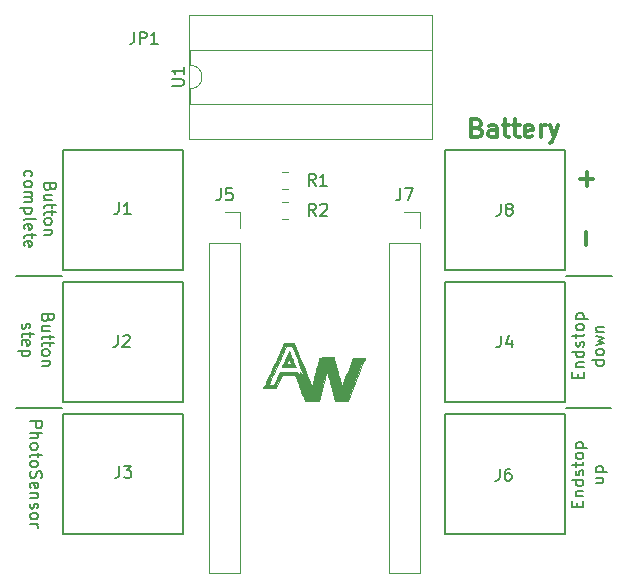
<source format=gbr>
%TF.GenerationSoftware,KiCad,Pcbnew,5.1.6-c6e7f7d~86~ubuntu18.04.1*%
%TF.CreationDate,2020-07-11T09:23:51+02:00*%
%TF.ProjectId,chickenDoor,63686963-6b65-46e4-946f-6f722e6b6963,rev?*%
%TF.SameCoordinates,Original*%
%TF.FileFunction,Legend,Top*%
%TF.FilePolarity,Positive*%
%FSLAX46Y46*%
G04 Gerber Fmt 4.6, Leading zero omitted, Abs format (unit mm)*
G04 Created by KiCad (PCBNEW 5.1.6-c6e7f7d~86~ubuntu18.04.1) date 2020-07-11 09:23:51*
%MOMM*%
%LPD*%
G01*
G04 APERTURE LIST*
%ADD10C,0.150000*%
%ADD11C,0.300000*%
%ADD12C,0.200000*%
%ADD13C,0.120000*%
%ADD14C,0.010000*%
G04 APERTURE END LIST*
D10*
X99310000Y-89260000D02*
X103190000Y-89260000D01*
X99310000Y-78110000D02*
X103190000Y-78110000D01*
X145850000Y-89280000D02*
X149730000Y-89280000D01*
X145910000Y-78140000D02*
X149790000Y-78140000D01*
D11*
X138382857Y-65562857D02*
X138597142Y-65634285D01*
X138668571Y-65705714D01*
X138740000Y-65848571D01*
X138740000Y-66062857D01*
X138668571Y-66205714D01*
X138597142Y-66277142D01*
X138454285Y-66348571D01*
X137882857Y-66348571D01*
X137882857Y-64848571D01*
X138382857Y-64848571D01*
X138525714Y-64920000D01*
X138597142Y-64991428D01*
X138668571Y-65134285D01*
X138668571Y-65277142D01*
X138597142Y-65420000D01*
X138525714Y-65491428D01*
X138382857Y-65562857D01*
X137882857Y-65562857D01*
X140025714Y-66348571D02*
X140025714Y-65562857D01*
X139954285Y-65420000D01*
X139811428Y-65348571D01*
X139525714Y-65348571D01*
X139382857Y-65420000D01*
X140025714Y-66277142D02*
X139882857Y-66348571D01*
X139525714Y-66348571D01*
X139382857Y-66277142D01*
X139311428Y-66134285D01*
X139311428Y-65991428D01*
X139382857Y-65848571D01*
X139525714Y-65777142D01*
X139882857Y-65777142D01*
X140025714Y-65705714D01*
X140525714Y-65348571D02*
X141097142Y-65348571D01*
X140740000Y-64848571D02*
X140740000Y-66134285D01*
X140811428Y-66277142D01*
X140954285Y-66348571D01*
X141097142Y-66348571D01*
X141382857Y-65348571D02*
X141954285Y-65348571D01*
X141597142Y-64848571D02*
X141597142Y-66134285D01*
X141668571Y-66277142D01*
X141811428Y-66348571D01*
X141954285Y-66348571D01*
X143025714Y-66277142D02*
X142882857Y-66348571D01*
X142597142Y-66348571D01*
X142454285Y-66277142D01*
X142382857Y-66134285D01*
X142382857Y-65562857D01*
X142454285Y-65420000D01*
X142597142Y-65348571D01*
X142882857Y-65348571D01*
X143025714Y-65420000D01*
X143097142Y-65562857D01*
X143097142Y-65705714D01*
X142382857Y-65848571D01*
X143740000Y-66348571D02*
X143740000Y-65348571D01*
X143740000Y-65634285D02*
X143811428Y-65491428D01*
X143882857Y-65420000D01*
X144025714Y-65348571D01*
X144168571Y-65348571D01*
X144525714Y-65348571D02*
X144882857Y-66348571D01*
X145240000Y-65348571D02*
X144882857Y-66348571D01*
X144740000Y-66705714D01*
X144668571Y-66777142D01*
X144525714Y-66848571D01*
D12*
X102231428Y-70552857D02*
X102183809Y-70695714D01*
X102136190Y-70743333D01*
X102040952Y-70790952D01*
X101898095Y-70790952D01*
X101802857Y-70743333D01*
X101755238Y-70695714D01*
X101707619Y-70600476D01*
X101707619Y-70219523D01*
X102707619Y-70219523D01*
X102707619Y-70552857D01*
X102660000Y-70648095D01*
X102612380Y-70695714D01*
X102517142Y-70743333D01*
X102421904Y-70743333D01*
X102326666Y-70695714D01*
X102279047Y-70648095D01*
X102231428Y-70552857D01*
X102231428Y-70219523D01*
X102374285Y-71648095D02*
X101707619Y-71648095D01*
X102374285Y-71219523D02*
X101850476Y-71219523D01*
X101755238Y-71267142D01*
X101707619Y-71362380D01*
X101707619Y-71505238D01*
X101755238Y-71600476D01*
X101802857Y-71648095D01*
X102374285Y-71981428D02*
X102374285Y-72362380D01*
X102707619Y-72124285D02*
X101850476Y-72124285D01*
X101755238Y-72171904D01*
X101707619Y-72267142D01*
X101707619Y-72362380D01*
X102374285Y-72552857D02*
X102374285Y-72933809D01*
X102707619Y-72695714D02*
X101850476Y-72695714D01*
X101755238Y-72743333D01*
X101707619Y-72838571D01*
X101707619Y-72933809D01*
X101707619Y-73410000D02*
X101755238Y-73314761D01*
X101802857Y-73267142D01*
X101898095Y-73219523D01*
X102183809Y-73219523D01*
X102279047Y-73267142D01*
X102326666Y-73314761D01*
X102374285Y-73410000D01*
X102374285Y-73552857D01*
X102326666Y-73648095D01*
X102279047Y-73695714D01*
X102183809Y-73743333D01*
X101898095Y-73743333D01*
X101802857Y-73695714D01*
X101755238Y-73648095D01*
X101707619Y-73552857D01*
X101707619Y-73410000D01*
X102374285Y-74171904D02*
X101707619Y-74171904D01*
X102279047Y-74171904D02*
X102326666Y-74219523D01*
X102374285Y-74314761D01*
X102374285Y-74457619D01*
X102326666Y-74552857D01*
X102231428Y-74600476D01*
X101707619Y-74600476D01*
X100055238Y-69671904D02*
X100007619Y-69576666D01*
X100007619Y-69386190D01*
X100055238Y-69290952D01*
X100102857Y-69243333D01*
X100198095Y-69195714D01*
X100483809Y-69195714D01*
X100579047Y-69243333D01*
X100626666Y-69290952D01*
X100674285Y-69386190D01*
X100674285Y-69576666D01*
X100626666Y-69671904D01*
X100007619Y-70243333D02*
X100055238Y-70148095D01*
X100102857Y-70100476D01*
X100198095Y-70052857D01*
X100483809Y-70052857D01*
X100579047Y-70100476D01*
X100626666Y-70148095D01*
X100674285Y-70243333D01*
X100674285Y-70386190D01*
X100626666Y-70481428D01*
X100579047Y-70529047D01*
X100483809Y-70576666D01*
X100198095Y-70576666D01*
X100102857Y-70529047D01*
X100055238Y-70481428D01*
X100007619Y-70386190D01*
X100007619Y-70243333D01*
X100007619Y-71005238D02*
X100674285Y-71005238D01*
X100579047Y-71005238D02*
X100626666Y-71052857D01*
X100674285Y-71148095D01*
X100674285Y-71290952D01*
X100626666Y-71386190D01*
X100531428Y-71433809D01*
X100007619Y-71433809D01*
X100531428Y-71433809D02*
X100626666Y-71481428D01*
X100674285Y-71576666D01*
X100674285Y-71719523D01*
X100626666Y-71814761D01*
X100531428Y-71862380D01*
X100007619Y-71862380D01*
X100674285Y-72338571D02*
X99674285Y-72338571D01*
X100626666Y-72338571D02*
X100674285Y-72433809D01*
X100674285Y-72624285D01*
X100626666Y-72719523D01*
X100579047Y-72767142D01*
X100483809Y-72814761D01*
X100198095Y-72814761D01*
X100102857Y-72767142D01*
X100055238Y-72719523D01*
X100007619Y-72624285D01*
X100007619Y-72433809D01*
X100055238Y-72338571D01*
X100007619Y-73386190D02*
X100055238Y-73290952D01*
X100150476Y-73243333D01*
X101007619Y-73243333D01*
X100055238Y-74148095D02*
X100007619Y-74052857D01*
X100007619Y-73862380D01*
X100055238Y-73767142D01*
X100150476Y-73719523D01*
X100531428Y-73719523D01*
X100626666Y-73767142D01*
X100674285Y-73862380D01*
X100674285Y-74052857D01*
X100626666Y-74148095D01*
X100531428Y-74195714D01*
X100436190Y-74195714D01*
X100340952Y-73719523D01*
X100674285Y-74481428D02*
X100674285Y-74862380D01*
X101007619Y-74624285D02*
X100150476Y-74624285D01*
X100055238Y-74671904D01*
X100007619Y-74767142D01*
X100007619Y-74862380D01*
X100055238Y-75576666D02*
X100007619Y-75481428D01*
X100007619Y-75290952D01*
X100055238Y-75195714D01*
X100150476Y-75148095D01*
X100531428Y-75148095D01*
X100626666Y-75195714D01*
X100674285Y-75290952D01*
X100674285Y-75481428D01*
X100626666Y-75576666D01*
X100531428Y-75624285D01*
X100436190Y-75624285D01*
X100340952Y-75148095D01*
X102031428Y-81652857D02*
X101983809Y-81795714D01*
X101936190Y-81843333D01*
X101840952Y-81890952D01*
X101698095Y-81890952D01*
X101602857Y-81843333D01*
X101555238Y-81795714D01*
X101507619Y-81700476D01*
X101507619Y-81319523D01*
X102507619Y-81319523D01*
X102507619Y-81652857D01*
X102460000Y-81748095D01*
X102412380Y-81795714D01*
X102317142Y-81843333D01*
X102221904Y-81843333D01*
X102126666Y-81795714D01*
X102079047Y-81748095D01*
X102031428Y-81652857D01*
X102031428Y-81319523D01*
X102174285Y-82748095D02*
X101507619Y-82748095D01*
X102174285Y-82319523D02*
X101650476Y-82319523D01*
X101555238Y-82367142D01*
X101507619Y-82462380D01*
X101507619Y-82605238D01*
X101555238Y-82700476D01*
X101602857Y-82748095D01*
X102174285Y-83081428D02*
X102174285Y-83462380D01*
X102507619Y-83224285D02*
X101650476Y-83224285D01*
X101555238Y-83271904D01*
X101507619Y-83367142D01*
X101507619Y-83462380D01*
X102174285Y-83652857D02*
X102174285Y-84033809D01*
X102507619Y-83795714D02*
X101650476Y-83795714D01*
X101555238Y-83843333D01*
X101507619Y-83938571D01*
X101507619Y-84033809D01*
X101507619Y-84510000D02*
X101555238Y-84414761D01*
X101602857Y-84367142D01*
X101698095Y-84319523D01*
X101983809Y-84319523D01*
X102079047Y-84367142D01*
X102126666Y-84414761D01*
X102174285Y-84510000D01*
X102174285Y-84652857D01*
X102126666Y-84748095D01*
X102079047Y-84795714D01*
X101983809Y-84843333D01*
X101698095Y-84843333D01*
X101602857Y-84795714D01*
X101555238Y-84748095D01*
X101507619Y-84652857D01*
X101507619Y-84510000D01*
X102174285Y-85271904D02*
X101507619Y-85271904D01*
X102079047Y-85271904D02*
X102126666Y-85319523D01*
X102174285Y-85414761D01*
X102174285Y-85557619D01*
X102126666Y-85652857D01*
X102031428Y-85700476D01*
X101507619Y-85700476D01*
X99855238Y-82129047D02*
X99807619Y-82224285D01*
X99807619Y-82414761D01*
X99855238Y-82510000D01*
X99950476Y-82557619D01*
X99998095Y-82557619D01*
X100093333Y-82510000D01*
X100140952Y-82414761D01*
X100140952Y-82271904D01*
X100188571Y-82176666D01*
X100283809Y-82129047D01*
X100331428Y-82129047D01*
X100426666Y-82176666D01*
X100474285Y-82271904D01*
X100474285Y-82414761D01*
X100426666Y-82510000D01*
X100474285Y-82843333D02*
X100474285Y-83224285D01*
X100807619Y-82986190D02*
X99950476Y-82986190D01*
X99855238Y-83033809D01*
X99807619Y-83129047D01*
X99807619Y-83224285D01*
X99855238Y-83938571D02*
X99807619Y-83843333D01*
X99807619Y-83652857D01*
X99855238Y-83557619D01*
X99950476Y-83510000D01*
X100331428Y-83510000D01*
X100426666Y-83557619D01*
X100474285Y-83652857D01*
X100474285Y-83843333D01*
X100426666Y-83938571D01*
X100331428Y-83986190D01*
X100236190Y-83986190D01*
X100140952Y-83510000D01*
X100474285Y-84414761D02*
X99474285Y-84414761D01*
X100426666Y-84414761D02*
X100474285Y-84510000D01*
X100474285Y-84700476D01*
X100426666Y-84795714D01*
X100379047Y-84843333D01*
X100283809Y-84890952D01*
X99998095Y-84890952D01*
X99902857Y-84843333D01*
X99855238Y-84795714D01*
X99807619Y-84700476D01*
X99807619Y-84510000D01*
X99855238Y-84414761D01*
X100507619Y-90411428D02*
X101507619Y-90411428D01*
X101507619Y-90792380D01*
X101460000Y-90887619D01*
X101412380Y-90935238D01*
X101317142Y-90982857D01*
X101174285Y-90982857D01*
X101079047Y-90935238D01*
X101031428Y-90887619D01*
X100983809Y-90792380D01*
X100983809Y-90411428D01*
X100507619Y-91411428D02*
X101507619Y-91411428D01*
X100507619Y-91840000D02*
X101031428Y-91840000D01*
X101126666Y-91792380D01*
X101174285Y-91697142D01*
X101174285Y-91554285D01*
X101126666Y-91459047D01*
X101079047Y-91411428D01*
X100507619Y-92459047D02*
X100555238Y-92363809D01*
X100602857Y-92316190D01*
X100698095Y-92268571D01*
X100983809Y-92268571D01*
X101079047Y-92316190D01*
X101126666Y-92363809D01*
X101174285Y-92459047D01*
X101174285Y-92601904D01*
X101126666Y-92697142D01*
X101079047Y-92744761D01*
X100983809Y-92792380D01*
X100698095Y-92792380D01*
X100602857Y-92744761D01*
X100555238Y-92697142D01*
X100507619Y-92601904D01*
X100507619Y-92459047D01*
X101174285Y-93078095D02*
X101174285Y-93459047D01*
X101507619Y-93220952D02*
X100650476Y-93220952D01*
X100555238Y-93268571D01*
X100507619Y-93363809D01*
X100507619Y-93459047D01*
X100507619Y-93935238D02*
X100555238Y-93840000D01*
X100602857Y-93792380D01*
X100698095Y-93744761D01*
X100983809Y-93744761D01*
X101079047Y-93792380D01*
X101126666Y-93840000D01*
X101174285Y-93935238D01*
X101174285Y-94078095D01*
X101126666Y-94173333D01*
X101079047Y-94220952D01*
X100983809Y-94268571D01*
X100698095Y-94268571D01*
X100602857Y-94220952D01*
X100555238Y-94173333D01*
X100507619Y-94078095D01*
X100507619Y-93935238D01*
X100555238Y-94649523D02*
X100507619Y-94792380D01*
X100507619Y-95030476D01*
X100555238Y-95125714D01*
X100602857Y-95173333D01*
X100698095Y-95220952D01*
X100793333Y-95220952D01*
X100888571Y-95173333D01*
X100936190Y-95125714D01*
X100983809Y-95030476D01*
X101031428Y-94840000D01*
X101079047Y-94744761D01*
X101126666Y-94697142D01*
X101221904Y-94649523D01*
X101317142Y-94649523D01*
X101412380Y-94697142D01*
X101460000Y-94744761D01*
X101507619Y-94840000D01*
X101507619Y-95078095D01*
X101460000Y-95220952D01*
X100555238Y-96030476D02*
X100507619Y-95935238D01*
X100507619Y-95744761D01*
X100555238Y-95649523D01*
X100650476Y-95601904D01*
X101031428Y-95601904D01*
X101126666Y-95649523D01*
X101174285Y-95744761D01*
X101174285Y-95935238D01*
X101126666Y-96030476D01*
X101031428Y-96078095D01*
X100936190Y-96078095D01*
X100840952Y-95601904D01*
X101174285Y-96506666D02*
X100507619Y-96506666D01*
X101079047Y-96506666D02*
X101126666Y-96554285D01*
X101174285Y-96649523D01*
X101174285Y-96792380D01*
X101126666Y-96887619D01*
X101031428Y-96935238D01*
X100507619Y-96935238D01*
X100555238Y-97363809D02*
X100507619Y-97459047D01*
X100507619Y-97649523D01*
X100555238Y-97744761D01*
X100650476Y-97792380D01*
X100698095Y-97792380D01*
X100793333Y-97744761D01*
X100840952Y-97649523D01*
X100840952Y-97506666D01*
X100888571Y-97411428D01*
X100983809Y-97363809D01*
X101031428Y-97363809D01*
X101126666Y-97411428D01*
X101174285Y-97506666D01*
X101174285Y-97649523D01*
X101126666Y-97744761D01*
X100507619Y-98363809D02*
X100555238Y-98268571D01*
X100602857Y-98220952D01*
X100698095Y-98173333D01*
X100983809Y-98173333D01*
X101079047Y-98220952D01*
X101126666Y-98268571D01*
X101174285Y-98363809D01*
X101174285Y-98506666D01*
X101126666Y-98601904D01*
X101079047Y-98649523D01*
X100983809Y-98697142D01*
X100698095Y-98697142D01*
X100602857Y-98649523D01*
X100555238Y-98601904D01*
X100507619Y-98506666D01*
X100507619Y-98363809D01*
X100507619Y-99125714D02*
X101174285Y-99125714D01*
X100983809Y-99125714D02*
X101079047Y-99173333D01*
X101126666Y-99220952D01*
X101174285Y-99316190D01*
X101174285Y-99411428D01*
X146838571Y-97644285D02*
X146838571Y-97310952D01*
X147362380Y-97168095D02*
X147362380Y-97644285D01*
X146362380Y-97644285D01*
X146362380Y-97168095D01*
X146695714Y-96739523D02*
X147362380Y-96739523D01*
X146790952Y-96739523D02*
X146743333Y-96691904D01*
X146695714Y-96596666D01*
X146695714Y-96453809D01*
X146743333Y-96358571D01*
X146838571Y-96310952D01*
X147362380Y-96310952D01*
X147362380Y-95406190D02*
X146362380Y-95406190D01*
X147314761Y-95406190D02*
X147362380Y-95501428D01*
X147362380Y-95691904D01*
X147314761Y-95787142D01*
X147267142Y-95834761D01*
X147171904Y-95882380D01*
X146886190Y-95882380D01*
X146790952Y-95834761D01*
X146743333Y-95787142D01*
X146695714Y-95691904D01*
X146695714Y-95501428D01*
X146743333Y-95406190D01*
X147314761Y-94977619D02*
X147362380Y-94882380D01*
X147362380Y-94691904D01*
X147314761Y-94596666D01*
X147219523Y-94549047D01*
X147171904Y-94549047D01*
X147076666Y-94596666D01*
X147029047Y-94691904D01*
X147029047Y-94834761D01*
X146981428Y-94930000D01*
X146886190Y-94977619D01*
X146838571Y-94977619D01*
X146743333Y-94930000D01*
X146695714Y-94834761D01*
X146695714Y-94691904D01*
X146743333Y-94596666D01*
X146695714Y-94263333D02*
X146695714Y-93882380D01*
X146362380Y-94120476D02*
X147219523Y-94120476D01*
X147314761Y-94072857D01*
X147362380Y-93977619D01*
X147362380Y-93882380D01*
X147362380Y-93406190D02*
X147314761Y-93501428D01*
X147267142Y-93549047D01*
X147171904Y-93596666D01*
X146886190Y-93596666D01*
X146790952Y-93549047D01*
X146743333Y-93501428D01*
X146695714Y-93406190D01*
X146695714Y-93263333D01*
X146743333Y-93168095D01*
X146790952Y-93120476D01*
X146886190Y-93072857D01*
X147171904Y-93072857D01*
X147267142Y-93120476D01*
X147314761Y-93168095D01*
X147362380Y-93263333D01*
X147362380Y-93406190D01*
X146695714Y-92644285D02*
X147695714Y-92644285D01*
X146743333Y-92644285D02*
X146695714Y-92549047D01*
X146695714Y-92358571D01*
X146743333Y-92263333D01*
X146790952Y-92215714D01*
X146886190Y-92168095D01*
X147171904Y-92168095D01*
X147267142Y-92215714D01*
X147314761Y-92263333D01*
X147362380Y-92358571D01*
X147362380Y-92549047D01*
X147314761Y-92644285D01*
X148395714Y-95168095D02*
X149062380Y-95168095D01*
X148395714Y-95596666D02*
X148919523Y-95596666D01*
X149014761Y-95549047D01*
X149062380Y-95453809D01*
X149062380Y-95310952D01*
X149014761Y-95215714D01*
X148967142Y-95168095D01*
X148395714Y-94691904D02*
X149395714Y-94691904D01*
X148443333Y-94691904D02*
X148395714Y-94596666D01*
X148395714Y-94406190D01*
X148443333Y-94310952D01*
X148490952Y-94263333D01*
X148586190Y-94215714D01*
X148871904Y-94215714D01*
X148967142Y-94263333D01*
X149014761Y-94310952D01*
X149062380Y-94406190D01*
X149062380Y-94596666D01*
X149014761Y-94691904D01*
X146888571Y-86744285D02*
X146888571Y-86410952D01*
X147412380Y-86268095D02*
X147412380Y-86744285D01*
X146412380Y-86744285D01*
X146412380Y-86268095D01*
X146745714Y-85839523D02*
X147412380Y-85839523D01*
X146840952Y-85839523D02*
X146793333Y-85791904D01*
X146745714Y-85696666D01*
X146745714Y-85553809D01*
X146793333Y-85458571D01*
X146888571Y-85410952D01*
X147412380Y-85410952D01*
X147412380Y-84506190D02*
X146412380Y-84506190D01*
X147364761Y-84506190D02*
X147412380Y-84601428D01*
X147412380Y-84791904D01*
X147364761Y-84887142D01*
X147317142Y-84934761D01*
X147221904Y-84982380D01*
X146936190Y-84982380D01*
X146840952Y-84934761D01*
X146793333Y-84887142D01*
X146745714Y-84791904D01*
X146745714Y-84601428D01*
X146793333Y-84506190D01*
X147364761Y-84077619D02*
X147412380Y-83982380D01*
X147412380Y-83791904D01*
X147364761Y-83696666D01*
X147269523Y-83649047D01*
X147221904Y-83649047D01*
X147126666Y-83696666D01*
X147079047Y-83791904D01*
X147079047Y-83934761D01*
X147031428Y-84030000D01*
X146936190Y-84077619D01*
X146888571Y-84077619D01*
X146793333Y-84030000D01*
X146745714Y-83934761D01*
X146745714Y-83791904D01*
X146793333Y-83696666D01*
X146745714Y-83363333D02*
X146745714Y-82982380D01*
X146412380Y-83220476D02*
X147269523Y-83220476D01*
X147364761Y-83172857D01*
X147412380Y-83077619D01*
X147412380Y-82982380D01*
X147412380Y-82506190D02*
X147364761Y-82601428D01*
X147317142Y-82649047D01*
X147221904Y-82696666D01*
X146936190Y-82696666D01*
X146840952Y-82649047D01*
X146793333Y-82601428D01*
X146745714Y-82506190D01*
X146745714Y-82363333D01*
X146793333Y-82268095D01*
X146840952Y-82220476D01*
X146936190Y-82172857D01*
X147221904Y-82172857D01*
X147317142Y-82220476D01*
X147364761Y-82268095D01*
X147412380Y-82363333D01*
X147412380Y-82506190D01*
X146745714Y-81744285D02*
X147745714Y-81744285D01*
X146793333Y-81744285D02*
X146745714Y-81649047D01*
X146745714Y-81458571D01*
X146793333Y-81363333D01*
X146840952Y-81315714D01*
X146936190Y-81268095D01*
X147221904Y-81268095D01*
X147317142Y-81315714D01*
X147364761Y-81363333D01*
X147412380Y-81458571D01*
X147412380Y-81649047D01*
X147364761Y-81744285D01*
X149112380Y-85244285D02*
X148112380Y-85244285D01*
X149064761Y-85244285D02*
X149112380Y-85339523D01*
X149112380Y-85530000D01*
X149064761Y-85625238D01*
X149017142Y-85672857D01*
X148921904Y-85720476D01*
X148636190Y-85720476D01*
X148540952Y-85672857D01*
X148493333Y-85625238D01*
X148445714Y-85530000D01*
X148445714Y-85339523D01*
X148493333Y-85244285D01*
X149112380Y-84625238D02*
X149064761Y-84720476D01*
X149017142Y-84768095D01*
X148921904Y-84815714D01*
X148636190Y-84815714D01*
X148540952Y-84768095D01*
X148493333Y-84720476D01*
X148445714Y-84625238D01*
X148445714Y-84482380D01*
X148493333Y-84387142D01*
X148540952Y-84339523D01*
X148636190Y-84291904D01*
X148921904Y-84291904D01*
X149017142Y-84339523D01*
X149064761Y-84387142D01*
X149112380Y-84482380D01*
X149112380Y-84625238D01*
X148445714Y-83958571D02*
X149112380Y-83768095D01*
X148636190Y-83577619D01*
X149112380Y-83387142D01*
X148445714Y-83196666D01*
X148445714Y-82815714D02*
X149112380Y-82815714D01*
X148540952Y-82815714D02*
X148493333Y-82768095D01*
X148445714Y-82672857D01*
X148445714Y-82530000D01*
X148493333Y-82434761D01*
X148588571Y-82387142D01*
X149112380Y-82387142D01*
D11*
X147607142Y-75481428D02*
X147607142Y-74338571D01*
X147068571Y-69887142D02*
X148211428Y-69887142D01*
X147640000Y-70458571D02*
X147640000Y-69315714D01*
D10*
%TO.C,J1*%
X112210000Y-67420000D02*
X113480000Y-67420000D01*
X112210000Y-77580000D02*
X113480000Y-77580000D01*
X103320000Y-67420000D02*
X104590000Y-67420000D01*
X103320000Y-67420000D02*
X103320000Y-77580000D01*
X112210000Y-77580000D02*
X103320000Y-77580000D01*
X104590000Y-67420000D02*
X112210000Y-67420000D01*
X113480000Y-67420000D02*
X113480000Y-77580000D01*
%TO.C,J2*%
X113480000Y-78620000D02*
X113480000Y-88780000D01*
X104590000Y-78620000D02*
X112210000Y-78620000D01*
X112210000Y-88780000D02*
X103320000Y-88780000D01*
X103320000Y-78620000D02*
X103320000Y-88780000D01*
X103320000Y-78620000D02*
X104590000Y-78620000D01*
X112210000Y-88780000D02*
X113480000Y-88780000D01*
X112210000Y-78620000D02*
X113480000Y-78620000D01*
%TO.C,J3*%
X112210000Y-89820000D02*
X113480000Y-89820000D01*
X112210000Y-99980000D02*
X113480000Y-99980000D01*
X103320000Y-89820000D02*
X104590000Y-89820000D01*
X103320000Y-89820000D02*
X103320000Y-99980000D01*
X112210000Y-99980000D02*
X103320000Y-99980000D01*
X104590000Y-89820000D02*
X112210000Y-89820000D01*
X113480000Y-89820000D02*
X113480000Y-99980000D01*
%TO.C,J4*%
X135620000Y-88780000D02*
X135620000Y-78620000D01*
X144510000Y-88780000D02*
X136890000Y-88780000D01*
X136890000Y-78620000D02*
X145780000Y-78620000D01*
X145780000Y-88780000D02*
X145780000Y-78620000D01*
X145780000Y-88780000D02*
X144510000Y-88780000D01*
X136890000Y-78620000D02*
X135620000Y-78620000D01*
X136890000Y-88780000D02*
X135620000Y-88780000D01*
%TO.C,J6*%
X136890000Y-99980000D02*
X135620000Y-99980000D01*
X136890000Y-89820000D02*
X135620000Y-89820000D01*
X145780000Y-99980000D02*
X144510000Y-99980000D01*
X145780000Y-99980000D02*
X145780000Y-89820000D01*
X136890000Y-89820000D02*
X145780000Y-89820000D01*
X144510000Y-99980000D02*
X136890000Y-99980000D01*
X135620000Y-99980000D02*
X135620000Y-89820000D01*
%TO.C,J8*%
X135620000Y-77580000D02*
X135620000Y-67420000D01*
X144510000Y-77580000D02*
X136890000Y-77580000D01*
X136890000Y-67420000D02*
X145780000Y-67420000D01*
X145780000Y-77580000D02*
X145780000Y-67420000D01*
X145780000Y-77580000D02*
X144510000Y-77580000D01*
X136890000Y-67420000D02*
X135620000Y-67420000D01*
X136890000Y-77580000D02*
X135620000Y-77580000D01*
D13*
%TO.C,R1*%
X121833922Y-69290000D02*
X122351078Y-69290000D01*
X121833922Y-70710000D02*
X122351078Y-70710000D01*
%TO.C,R2*%
X121848922Y-71820000D02*
X122366078Y-71820000D01*
X121848922Y-73240000D02*
X122366078Y-73240000D01*
%TO.C,U1*%
X114070000Y-62250000D02*
X114070000Y-63500000D01*
X114070000Y-63500000D02*
X134510000Y-63500000D01*
X134510000Y-63500000D02*
X134510000Y-59000000D01*
X134510000Y-59000000D02*
X114070000Y-59000000D01*
X114070000Y-59000000D02*
X114070000Y-60250000D01*
X114010000Y-66500000D02*
X134570000Y-66500000D01*
X134570000Y-66500000D02*
X134570000Y-56000000D01*
X134570000Y-56000000D02*
X114010000Y-56000000D01*
X114010000Y-56000000D02*
X114010000Y-66500000D01*
X114070000Y-60250000D02*
G75*
G02*
X114070000Y-62250000I0J-1000000D01*
G01*
D14*
%TO.C,L1*%
G36*
X123471381Y-85289100D02*
G01*
X123623386Y-85658924D01*
X123757264Y-85984515D01*
X123874174Y-86268633D01*
X123975278Y-86514041D01*
X124061737Y-86723499D01*
X124134711Y-86899770D01*
X124195363Y-87045616D01*
X124244851Y-87163797D01*
X124284338Y-87257075D01*
X124314984Y-87328213D01*
X124337950Y-87379971D01*
X124354396Y-87415112D01*
X124365485Y-87436396D01*
X124372376Y-87446587D01*
X124376230Y-87448444D01*
X124377928Y-87445722D01*
X124385646Y-87417214D01*
X124404936Y-87344457D01*
X124434510Y-87232350D01*
X124473082Y-87085788D01*
X124519363Y-86909669D01*
X124572065Y-86708890D01*
X124629902Y-86488348D01*
X124691228Y-86254300D01*
X124753146Y-86018049D01*
X124811433Y-85795943D01*
X124864768Y-85592998D01*
X124911829Y-85414231D01*
X124951294Y-85264657D01*
X124981842Y-85149293D01*
X125002149Y-85073155D01*
X125010837Y-85041450D01*
X125018769Y-85027274D01*
X125036872Y-85016459D01*
X125071277Y-85008556D01*
X125128118Y-85003117D01*
X125213526Y-84999692D01*
X125333635Y-84997834D01*
X125494576Y-84997094D01*
X125618632Y-84997000D01*
X126212841Y-84997000D01*
X126241641Y-85104950D01*
X126263784Y-85186533D01*
X126296209Y-85304059D01*
X126337245Y-85451612D01*
X126385221Y-85623277D01*
X126438465Y-85813139D01*
X126495305Y-86015282D01*
X126554071Y-86223791D01*
X126613091Y-86432750D01*
X126670694Y-86636245D01*
X126725207Y-86828359D01*
X126774961Y-87003178D01*
X126818283Y-87154787D01*
X126853502Y-87277269D01*
X126878946Y-87364710D01*
X126892945Y-87411195D01*
X126894819Y-87416665D01*
X126906906Y-87408721D01*
X126933630Y-87360347D01*
X126975440Y-87270483D01*
X127032789Y-87138068D01*
X127106128Y-86962041D01*
X127195909Y-86741341D01*
X127302583Y-86474909D01*
X127397449Y-86235565D01*
X127881598Y-85009700D01*
X128383583Y-85002806D01*
X128555009Y-85000704D01*
X128681991Y-85000109D01*
X128770874Y-85001520D01*
X128828005Y-85005440D01*
X128859728Y-85012368D01*
X128872391Y-85022805D01*
X128872339Y-85037253D01*
X128871169Y-85041280D01*
X128859374Y-85071561D01*
X128829726Y-85145060D01*
X128783755Y-85258043D01*
X128722993Y-85406773D01*
X128648972Y-85587513D01*
X128563224Y-85796528D01*
X128467280Y-86030081D01*
X128362671Y-86284435D01*
X128250931Y-86555856D01*
X128133589Y-86840606D01*
X128123831Y-86864274D01*
X127390893Y-88641900D01*
X126871155Y-88648750D01*
X126351417Y-88655601D01*
X126012299Y-87429550D01*
X125945101Y-87187102D01*
X125881351Y-86958057D01*
X125822448Y-86747374D01*
X125769791Y-86560013D01*
X125724779Y-86400932D01*
X125688811Y-86275091D01*
X125663286Y-86187448D01*
X125649601Y-86142962D01*
X125648534Y-86140000D01*
X125641163Y-86132860D01*
X125630459Y-86144693D01*
X125615475Y-86178831D01*
X125595263Y-86238607D01*
X125568875Y-86327355D01*
X125535364Y-86448408D01*
X125493781Y-86605101D01*
X125443179Y-86800765D01*
X125382610Y-87038736D01*
X125311126Y-87322345D01*
X125301871Y-87359200D01*
X124979854Y-88641900D01*
X124382663Y-88648698D01*
X123785472Y-88655497D01*
X123701614Y-88432798D01*
X123667963Y-88344299D01*
X123619694Y-88218541D01*
X123560689Y-88065575D01*
X123494828Y-87895454D01*
X123425994Y-87718232D01*
X123390038Y-87625900D01*
X123319512Y-87444897D01*
X123248295Y-87261988D01*
X123180675Y-87088198D01*
X123120941Y-86934553D01*
X123073384Y-86812079D01*
X123056609Y-86768811D01*
X122950900Y-86495922D01*
X122785800Y-86495676D01*
X122700434Y-86494497D01*
X122578433Y-86491425D01*
X122433910Y-86486878D01*
X122280977Y-86481277D01*
X122225156Y-86479024D01*
X121829612Y-86462618D01*
X121585592Y-87031559D01*
X121341573Y-87600500D01*
X120807777Y-87607351D01*
X120273982Y-87614202D01*
X120391128Y-87361066D01*
X120675330Y-87361066D01*
X120923313Y-87353783D01*
X121171297Y-87346500D01*
X121654725Y-86216200D01*
X122264712Y-86216420D01*
X122443989Y-86217129D01*
X122613659Y-86218996D01*
X122764684Y-86221829D01*
X122888029Y-86225435D01*
X122974658Y-86229623D01*
X123003709Y-86232144D01*
X123132718Y-86247647D01*
X123193330Y-86409723D01*
X123225915Y-86490846D01*
X123253554Y-86548980D01*
X123270367Y-86571788D01*
X123270566Y-86571800D01*
X123283759Y-86549033D01*
X123301434Y-86489786D01*
X123317173Y-86419400D01*
X123336157Y-86339473D01*
X123355495Y-86284292D01*
X123368949Y-86266999D01*
X123398063Y-86282000D01*
X123454332Y-86321503D01*
X123526076Y-86377261D01*
X123532771Y-86382695D01*
X123601209Y-86436000D01*
X123651237Y-86470298D01*
X123673354Y-86479167D01*
X123673680Y-86477945D01*
X123664079Y-86451169D01*
X123636925Y-86381887D01*
X123594024Y-86274563D01*
X123537184Y-86133657D01*
X123468210Y-85963630D01*
X123388910Y-85768943D01*
X123301092Y-85554059D01*
X123206561Y-85323439D01*
X123171596Y-85238300D01*
X122670632Y-84019100D01*
X122214300Y-84005676D01*
X121479486Y-85612588D01*
X121355917Y-85882740D01*
X121237886Y-86140650D01*
X121127194Y-86382386D01*
X121025643Y-86604020D01*
X120935037Y-86801623D01*
X120857176Y-86971265D01*
X120793864Y-87109016D01*
X120746903Y-87210947D01*
X120718095Y-87273129D01*
X120710001Y-87290283D01*
X120675330Y-87361066D01*
X120391128Y-87361066D01*
X120424085Y-87289851D01*
X120460512Y-87210948D01*
X120515925Y-87090658D01*
X120588125Y-86933766D01*
X120674913Y-86745056D01*
X120774091Y-86529311D01*
X120883458Y-86291317D01*
X121000816Y-86035858D01*
X121123965Y-85767718D01*
X121250706Y-85491682D01*
X121308723Y-85365300D01*
X122043256Y-83765100D01*
X122845058Y-83765100D01*
X123471381Y-85289100D01*
G37*
X123471381Y-85289100D02*
X123623386Y-85658924D01*
X123757264Y-85984515D01*
X123874174Y-86268633D01*
X123975278Y-86514041D01*
X124061737Y-86723499D01*
X124134711Y-86899770D01*
X124195363Y-87045616D01*
X124244851Y-87163797D01*
X124284338Y-87257075D01*
X124314984Y-87328213D01*
X124337950Y-87379971D01*
X124354396Y-87415112D01*
X124365485Y-87436396D01*
X124372376Y-87446587D01*
X124376230Y-87448444D01*
X124377928Y-87445722D01*
X124385646Y-87417214D01*
X124404936Y-87344457D01*
X124434510Y-87232350D01*
X124473082Y-87085788D01*
X124519363Y-86909669D01*
X124572065Y-86708890D01*
X124629902Y-86488348D01*
X124691228Y-86254300D01*
X124753146Y-86018049D01*
X124811433Y-85795943D01*
X124864768Y-85592998D01*
X124911829Y-85414231D01*
X124951294Y-85264657D01*
X124981842Y-85149293D01*
X125002149Y-85073155D01*
X125010837Y-85041450D01*
X125018769Y-85027274D01*
X125036872Y-85016459D01*
X125071277Y-85008556D01*
X125128118Y-85003117D01*
X125213526Y-84999692D01*
X125333635Y-84997834D01*
X125494576Y-84997094D01*
X125618632Y-84997000D01*
X126212841Y-84997000D01*
X126241641Y-85104950D01*
X126263784Y-85186533D01*
X126296209Y-85304059D01*
X126337245Y-85451612D01*
X126385221Y-85623277D01*
X126438465Y-85813139D01*
X126495305Y-86015282D01*
X126554071Y-86223791D01*
X126613091Y-86432750D01*
X126670694Y-86636245D01*
X126725207Y-86828359D01*
X126774961Y-87003178D01*
X126818283Y-87154787D01*
X126853502Y-87277269D01*
X126878946Y-87364710D01*
X126892945Y-87411195D01*
X126894819Y-87416665D01*
X126906906Y-87408721D01*
X126933630Y-87360347D01*
X126975440Y-87270483D01*
X127032789Y-87138068D01*
X127106128Y-86962041D01*
X127195909Y-86741341D01*
X127302583Y-86474909D01*
X127397449Y-86235565D01*
X127881598Y-85009700D01*
X128383583Y-85002806D01*
X128555009Y-85000704D01*
X128681991Y-85000109D01*
X128770874Y-85001520D01*
X128828005Y-85005440D01*
X128859728Y-85012368D01*
X128872391Y-85022805D01*
X128872339Y-85037253D01*
X128871169Y-85041280D01*
X128859374Y-85071561D01*
X128829726Y-85145060D01*
X128783755Y-85258043D01*
X128722993Y-85406773D01*
X128648972Y-85587513D01*
X128563224Y-85796528D01*
X128467280Y-86030081D01*
X128362671Y-86284435D01*
X128250931Y-86555856D01*
X128133589Y-86840606D01*
X128123831Y-86864274D01*
X127390893Y-88641900D01*
X126871155Y-88648750D01*
X126351417Y-88655601D01*
X126012299Y-87429550D01*
X125945101Y-87187102D01*
X125881351Y-86958057D01*
X125822448Y-86747374D01*
X125769791Y-86560013D01*
X125724779Y-86400932D01*
X125688811Y-86275091D01*
X125663286Y-86187448D01*
X125649601Y-86142962D01*
X125648534Y-86140000D01*
X125641163Y-86132860D01*
X125630459Y-86144693D01*
X125615475Y-86178831D01*
X125595263Y-86238607D01*
X125568875Y-86327355D01*
X125535364Y-86448408D01*
X125493781Y-86605101D01*
X125443179Y-86800765D01*
X125382610Y-87038736D01*
X125311126Y-87322345D01*
X125301871Y-87359200D01*
X124979854Y-88641900D01*
X124382663Y-88648698D01*
X123785472Y-88655497D01*
X123701614Y-88432798D01*
X123667963Y-88344299D01*
X123619694Y-88218541D01*
X123560689Y-88065575D01*
X123494828Y-87895454D01*
X123425994Y-87718232D01*
X123390038Y-87625900D01*
X123319512Y-87444897D01*
X123248295Y-87261988D01*
X123180675Y-87088198D01*
X123120941Y-86934553D01*
X123073384Y-86812079D01*
X123056609Y-86768811D01*
X122950900Y-86495922D01*
X122785800Y-86495676D01*
X122700434Y-86494497D01*
X122578433Y-86491425D01*
X122433910Y-86486878D01*
X122280977Y-86481277D01*
X122225156Y-86479024D01*
X121829612Y-86462618D01*
X121585592Y-87031559D01*
X121341573Y-87600500D01*
X120807777Y-87607351D01*
X120273982Y-87614202D01*
X120391128Y-87361066D01*
X120675330Y-87361066D01*
X120923313Y-87353783D01*
X121171297Y-87346500D01*
X121654725Y-86216200D01*
X122264712Y-86216420D01*
X122443989Y-86217129D01*
X122613659Y-86218996D01*
X122764684Y-86221829D01*
X122888029Y-86225435D01*
X122974658Y-86229623D01*
X123003709Y-86232144D01*
X123132718Y-86247647D01*
X123193330Y-86409723D01*
X123225915Y-86490846D01*
X123253554Y-86548980D01*
X123270367Y-86571788D01*
X123270566Y-86571800D01*
X123283759Y-86549033D01*
X123301434Y-86489786D01*
X123317173Y-86419400D01*
X123336157Y-86339473D01*
X123355495Y-86284292D01*
X123368949Y-86266999D01*
X123398063Y-86282000D01*
X123454332Y-86321503D01*
X123526076Y-86377261D01*
X123532771Y-86382695D01*
X123601209Y-86436000D01*
X123651237Y-86470298D01*
X123673354Y-86479167D01*
X123673680Y-86477945D01*
X123664079Y-86451169D01*
X123636925Y-86381887D01*
X123594024Y-86274563D01*
X123537184Y-86133657D01*
X123468210Y-85963630D01*
X123388910Y-85768943D01*
X123301092Y-85554059D01*
X123206561Y-85323439D01*
X123171596Y-85238300D01*
X122670632Y-84019100D01*
X122214300Y-84005676D01*
X121479486Y-85612588D01*
X121355917Y-85882740D01*
X121237886Y-86140650D01*
X121127194Y-86382386D01*
X121025643Y-86604020D01*
X120935037Y-86801623D01*
X120857176Y-86971265D01*
X120793864Y-87109016D01*
X120746903Y-87210947D01*
X120718095Y-87273129D01*
X120710001Y-87290283D01*
X120675330Y-87361066D01*
X120391128Y-87361066D01*
X120424085Y-87289851D01*
X120460512Y-87210948D01*
X120515925Y-87090658D01*
X120588125Y-86933766D01*
X120674913Y-86745056D01*
X120774091Y-86529311D01*
X120883458Y-86291317D01*
X121000816Y-86035858D01*
X121123965Y-85767718D01*
X121250706Y-85491682D01*
X121308723Y-85365300D01*
X122043256Y-83765100D01*
X122845058Y-83765100D01*
X123471381Y-85289100D01*
G36*
X122461512Y-84500062D02*
G01*
X122488388Y-84564859D01*
X122528039Y-84662340D01*
X122577562Y-84785204D01*
X122634055Y-84926155D01*
X122694616Y-85077893D01*
X122756341Y-85233121D01*
X122816328Y-85384538D01*
X122871674Y-85524848D01*
X122919477Y-85646751D01*
X122956834Y-85742950D01*
X122980842Y-85806144D01*
X122988644Y-85828850D01*
X122964531Y-85830656D01*
X122896704Y-85832263D01*
X122792251Y-85833592D01*
X122658259Y-85834568D01*
X122501815Y-85835112D01*
X122405120Y-85835200D01*
X121821240Y-85835200D01*
X121880259Y-85701850D01*
X121948043Y-85549450D01*
X122233990Y-85549450D01*
X122241064Y-85566336D01*
X122282818Y-85576404D01*
X122365783Y-85580784D01*
X122417500Y-85581200D01*
X122515885Y-85580107D01*
X122572729Y-85575292D01*
X122597269Y-85564452D01*
X122598744Y-85545283D01*
X122595748Y-85536750D01*
X122578268Y-85491447D01*
X122549235Y-85414887D01*
X122514846Y-85323409D01*
X122513888Y-85320850D01*
X122480108Y-85237128D01*
X122450815Y-85176067D01*
X122431835Y-85149671D01*
X122430657Y-85149400D01*
X122413440Y-85170826D01*
X122381789Y-85227470D01*
X122341334Y-85307879D01*
X122297706Y-85400601D01*
X122256533Y-85494184D01*
X122233990Y-85549450D01*
X121948043Y-85549450D01*
X121979164Y-85479483D01*
X122074196Y-85267925D01*
X122163206Y-85071799D01*
X122244044Y-84895730D01*
X122314563Y-84744342D01*
X122372613Y-84622258D01*
X122416044Y-84534103D01*
X122442709Y-84484500D01*
X122450314Y-84475247D01*
X122461512Y-84500062D01*
G37*
X122461512Y-84500062D02*
X122488388Y-84564859D01*
X122528039Y-84662340D01*
X122577562Y-84785204D01*
X122634055Y-84926155D01*
X122694616Y-85077893D01*
X122756341Y-85233121D01*
X122816328Y-85384538D01*
X122871674Y-85524848D01*
X122919477Y-85646751D01*
X122956834Y-85742950D01*
X122980842Y-85806144D01*
X122988644Y-85828850D01*
X122964531Y-85830656D01*
X122896704Y-85832263D01*
X122792251Y-85833592D01*
X122658259Y-85834568D01*
X122501815Y-85835112D01*
X122405120Y-85835200D01*
X121821240Y-85835200D01*
X121880259Y-85701850D01*
X121948043Y-85549450D01*
X122233990Y-85549450D01*
X122241064Y-85566336D01*
X122282818Y-85576404D01*
X122365783Y-85580784D01*
X122417500Y-85581200D01*
X122515885Y-85580107D01*
X122572729Y-85575292D01*
X122597269Y-85564452D01*
X122598744Y-85545283D01*
X122595748Y-85536750D01*
X122578268Y-85491447D01*
X122549235Y-85414887D01*
X122514846Y-85323409D01*
X122513888Y-85320850D01*
X122480108Y-85237128D01*
X122450815Y-85176067D01*
X122431835Y-85149671D01*
X122430657Y-85149400D01*
X122413440Y-85170826D01*
X122381789Y-85227470D01*
X122341334Y-85307879D01*
X122297706Y-85400601D01*
X122256533Y-85494184D01*
X122233990Y-85549450D01*
X121948043Y-85549450D01*
X121979164Y-85479483D01*
X122074196Y-85267925D01*
X122163206Y-85071799D01*
X122244044Y-84895730D01*
X122314563Y-84744342D01*
X122372613Y-84622258D01*
X122416044Y-84534103D01*
X122442709Y-84484500D01*
X122450314Y-84475247D01*
X122461512Y-84500062D01*
D13*
%TO.C,J5*%
X115670000Y-75270000D02*
X118330000Y-75270000D01*
X115670000Y-75270000D02*
X115670000Y-103270000D01*
X115670000Y-103270000D02*
X118330000Y-103270000D01*
X118330000Y-75270000D02*
X118330000Y-103270000D01*
X118330000Y-72670000D02*
X118330000Y-74000000D01*
X117000000Y-72670000D02*
X118330000Y-72670000D01*
%TO.C,J7*%
X132200000Y-72670000D02*
X133530000Y-72670000D01*
X133530000Y-72670000D02*
X133530000Y-74000000D01*
X133530000Y-75270000D02*
X133530000Y-103270000D01*
X130870000Y-103270000D02*
X133530000Y-103270000D01*
X130870000Y-75270000D02*
X130870000Y-103270000D01*
X130870000Y-75270000D02*
X133530000Y-75270000D01*
%TO.C,J1*%
D10*
X108026666Y-71862380D02*
X108026666Y-72576666D01*
X107979047Y-72719523D01*
X107883809Y-72814761D01*
X107740952Y-72862380D01*
X107645714Y-72862380D01*
X109026666Y-72862380D02*
X108455238Y-72862380D01*
X108740952Y-72862380D02*
X108740952Y-71862380D01*
X108645714Y-72005238D01*
X108550476Y-72100476D01*
X108455238Y-72148095D01*
%TO.C,J2*%
X107956666Y-83102380D02*
X107956666Y-83816666D01*
X107909047Y-83959523D01*
X107813809Y-84054761D01*
X107670952Y-84102380D01*
X107575714Y-84102380D01*
X108385238Y-83197619D02*
X108432857Y-83150000D01*
X108528095Y-83102380D01*
X108766190Y-83102380D01*
X108861428Y-83150000D01*
X108909047Y-83197619D01*
X108956666Y-83292857D01*
X108956666Y-83388095D01*
X108909047Y-83530952D01*
X108337619Y-84102380D01*
X108956666Y-84102380D01*
%TO.C,J3*%
X108076666Y-94172380D02*
X108076666Y-94886666D01*
X108029047Y-95029523D01*
X107933809Y-95124761D01*
X107790952Y-95172380D01*
X107695714Y-95172380D01*
X108457619Y-94172380D02*
X109076666Y-94172380D01*
X108743333Y-94553333D01*
X108886190Y-94553333D01*
X108981428Y-94600952D01*
X109029047Y-94648571D01*
X109076666Y-94743809D01*
X109076666Y-94981904D01*
X109029047Y-95077142D01*
X108981428Y-95124761D01*
X108886190Y-95172380D01*
X108600476Y-95172380D01*
X108505238Y-95124761D01*
X108457619Y-95077142D01*
%TO.C,J4*%
X140376666Y-83152380D02*
X140376666Y-83866666D01*
X140329047Y-84009523D01*
X140233809Y-84104761D01*
X140090952Y-84152380D01*
X139995714Y-84152380D01*
X141281428Y-83485714D02*
X141281428Y-84152380D01*
X141043333Y-83104761D02*
X140805238Y-83819047D01*
X141424285Y-83819047D01*
%TO.C,J6*%
X140276666Y-94422380D02*
X140276666Y-95136666D01*
X140229047Y-95279523D01*
X140133809Y-95374761D01*
X139990952Y-95422380D01*
X139895714Y-95422380D01*
X141181428Y-94422380D02*
X140990952Y-94422380D01*
X140895714Y-94470000D01*
X140848095Y-94517619D01*
X140752857Y-94660476D01*
X140705238Y-94850952D01*
X140705238Y-95231904D01*
X140752857Y-95327142D01*
X140800476Y-95374761D01*
X140895714Y-95422380D01*
X141086190Y-95422380D01*
X141181428Y-95374761D01*
X141229047Y-95327142D01*
X141276666Y-95231904D01*
X141276666Y-94993809D01*
X141229047Y-94898571D01*
X141181428Y-94850952D01*
X141086190Y-94803333D01*
X140895714Y-94803333D01*
X140800476Y-94850952D01*
X140752857Y-94898571D01*
X140705238Y-94993809D01*
%TO.C,J8*%
X140366666Y-71982380D02*
X140366666Y-72696666D01*
X140319047Y-72839523D01*
X140223809Y-72934761D01*
X140080952Y-72982380D01*
X139985714Y-72982380D01*
X140985714Y-72410952D02*
X140890476Y-72363333D01*
X140842857Y-72315714D01*
X140795238Y-72220476D01*
X140795238Y-72172857D01*
X140842857Y-72077619D01*
X140890476Y-72030000D01*
X140985714Y-71982380D01*
X141176190Y-71982380D01*
X141271428Y-72030000D01*
X141319047Y-72077619D01*
X141366666Y-72172857D01*
X141366666Y-72220476D01*
X141319047Y-72315714D01*
X141271428Y-72363333D01*
X141176190Y-72410952D01*
X140985714Y-72410952D01*
X140890476Y-72458571D01*
X140842857Y-72506190D01*
X140795238Y-72601428D01*
X140795238Y-72791904D01*
X140842857Y-72887142D01*
X140890476Y-72934761D01*
X140985714Y-72982380D01*
X141176190Y-72982380D01*
X141271428Y-72934761D01*
X141319047Y-72887142D01*
X141366666Y-72791904D01*
X141366666Y-72601428D01*
X141319047Y-72506190D01*
X141271428Y-72458571D01*
X141176190Y-72410952D01*
%TO.C,JP1*%
X109326666Y-57442380D02*
X109326666Y-58156666D01*
X109279047Y-58299523D01*
X109183809Y-58394761D01*
X109040952Y-58442380D01*
X108945714Y-58442380D01*
X109802857Y-58442380D02*
X109802857Y-57442380D01*
X110183809Y-57442380D01*
X110279047Y-57490000D01*
X110326666Y-57537619D01*
X110374285Y-57632857D01*
X110374285Y-57775714D01*
X110326666Y-57870952D01*
X110279047Y-57918571D01*
X110183809Y-57966190D01*
X109802857Y-57966190D01*
X111326666Y-58442380D02*
X110755238Y-58442380D01*
X111040952Y-58442380D02*
X111040952Y-57442380D01*
X110945714Y-57585238D01*
X110850476Y-57680476D01*
X110755238Y-57728095D01*
%TO.C,R1*%
X124683333Y-70452380D02*
X124350000Y-69976190D01*
X124111904Y-70452380D02*
X124111904Y-69452380D01*
X124492857Y-69452380D01*
X124588095Y-69500000D01*
X124635714Y-69547619D01*
X124683333Y-69642857D01*
X124683333Y-69785714D01*
X124635714Y-69880952D01*
X124588095Y-69928571D01*
X124492857Y-69976190D01*
X124111904Y-69976190D01*
X125635714Y-70452380D02*
X125064285Y-70452380D01*
X125350000Y-70452380D02*
X125350000Y-69452380D01*
X125254761Y-69595238D01*
X125159523Y-69690476D01*
X125064285Y-69738095D01*
%TO.C,R2*%
X124713333Y-72992380D02*
X124380000Y-72516190D01*
X124141904Y-72992380D02*
X124141904Y-71992380D01*
X124522857Y-71992380D01*
X124618095Y-72040000D01*
X124665714Y-72087619D01*
X124713333Y-72182857D01*
X124713333Y-72325714D01*
X124665714Y-72420952D01*
X124618095Y-72468571D01*
X124522857Y-72516190D01*
X124141904Y-72516190D01*
X125094285Y-72087619D02*
X125141904Y-72040000D01*
X125237142Y-71992380D01*
X125475238Y-71992380D01*
X125570476Y-72040000D01*
X125618095Y-72087619D01*
X125665714Y-72182857D01*
X125665714Y-72278095D01*
X125618095Y-72420952D01*
X125046666Y-72992380D01*
X125665714Y-72992380D01*
%TO.C,U1*%
X112522380Y-62011904D02*
X113331904Y-62011904D01*
X113427142Y-61964285D01*
X113474761Y-61916666D01*
X113522380Y-61821428D01*
X113522380Y-61630952D01*
X113474761Y-61535714D01*
X113427142Y-61488095D01*
X113331904Y-61440476D01*
X112522380Y-61440476D01*
X113522380Y-60440476D02*
X113522380Y-61011904D01*
X113522380Y-60726190D02*
X112522380Y-60726190D01*
X112665238Y-60821428D01*
X112760476Y-60916666D01*
X112808095Y-61011904D01*
%TO.C,J5*%
X116666666Y-70682380D02*
X116666666Y-71396666D01*
X116619047Y-71539523D01*
X116523809Y-71634761D01*
X116380952Y-71682380D01*
X116285714Y-71682380D01*
X117619047Y-70682380D02*
X117142857Y-70682380D01*
X117095238Y-71158571D01*
X117142857Y-71110952D01*
X117238095Y-71063333D01*
X117476190Y-71063333D01*
X117571428Y-71110952D01*
X117619047Y-71158571D01*
X117666666Y-71253809D01*
X117666666Y-71491904D01*
X117619047Y-71587142D01*
X117571428Y-71634761D01*
X117476190Y-71682380D01*
X117238095Y-71682380D01*
X117142857Y-71634761D01*
X117095238Y-71587142D01*
%TO.C,J7*%
X131866666Y-70682380D02*
X131866666Y-71396666D01*
X131819047Y-71539523D01*
X131723809Y-71634761D01*
X131580952Y-71682380D01*
X131485714Y-71682380D01*
X132247619Y-70682380D02*
X132914285Y-70682380D01*
X132485714Y-71682380D01*
%TD*%
M02*

</source>
